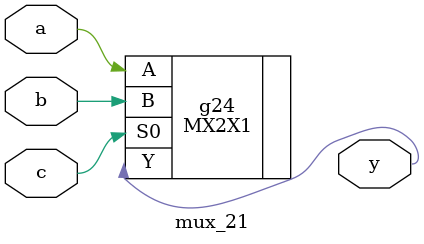
<source format=v>
/*
###############################################################
#  Generated by:      Cadence Innovus 16.21-s078_1
#  OS:                Linux x86_64(Host ID client02)
#  Generated on:      Tue Sep 10 01:50:03 2019
#  Design:            mux_21
#  Command:           saveNetlist mux_21_inno_netlist.v
###############################################################
*/
// Generated by Cadence Genus(TM) Synthesis Solution 16.21-s018_1
// Generated on: Sep  8 2019 18:45:23 IST (Sep  8 2019 13:15:23 UTC)
// Verification Directory fv/mux_21 
module mux_21 (
	a, 
	b, 
	c, 
	y);
   input a;
   input b;
   input c;
   output y;

   MX2X1 g24 (.A(a),
	.B(b),
	.S0(c),
	.Y(y));
endmodule


</source>
